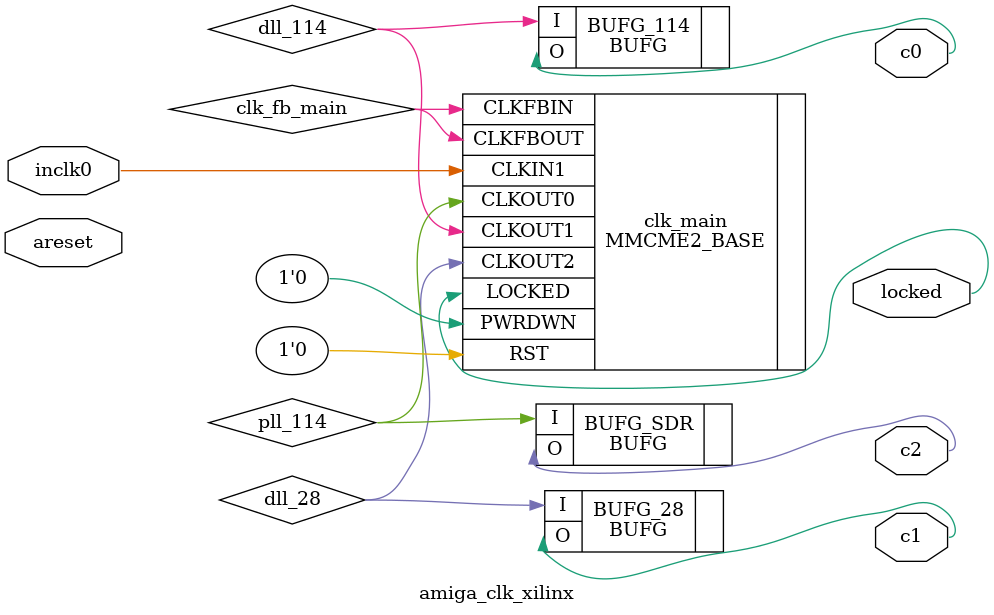
<source format=v>
/* amiga_clk_xilinx.v */
/* 2012, rok.krajnc@gmail.com */


module amiga_clk_xilinx (
  input  wire areset,
  input  wire inclk0,
  output wire c0,
  output wire c1,
  output wire c2,
  output wire locked
);


// internal wires
wire pll_114;
wire dll_114;
wire dll_28;
wire clk_fb_main;
reg [1:0] clk_7 = 0;

MMCME2_BASE #(
  .CLKIN1_PERIOD(20.0),     // 50        MHz (10 ns)
  .CLKFBOUT_MULT_F(27.375), // 1368.75   MHz *16.875 common multiply
  .DIVCLK_DIVIDE(1),        // 1368.75   MHz /1 common divide
  .CLKOUT0_DIVIDE_F(12.0),  // 114.06250 MHz /12 divide
  .BANDWIDTH("LOW"),
  .CLKOUT1_DIVIDE(12),      // 114.06250 MHz /12 divide
  .CLKOUT1_PHASE(-146.250), // -146.250' phase shift
  .CLKOUT2_DIVIDE(49)       // 27.93367  MHz /49 divide
) clk_main (
  .PWRDWN(1'b0),
  .RST(1'b0),
  .CLKIN1(inclk0),
  .CLKFBIN(clk_fb_main),
  .CLKFBOUT(clk_fb_main),
  .CLKOUT0(pll_114),        //  200 MHz HDMI base clock
  .CLKOUT1(dll_114),
  .CLKOUT2(dll_28),
  .LOCKED(locked)
);


// // pll
// DCM #(
//   .CLKDV_DIVIDE(2.0), // Divide by: 1.5,2.0,2.5,3.0,3.5,4.0,4.5,5.0,5.5,6.0,6.5,7.0,7.5,8.0,9.0,10.0,11.0,12.0,13.0,14.0,15.0 or 16.0
//   .CLKFX_DIVIDE(17),   // Can be any integer from 1 to 32
//   .CLKFX_MULTIPLY(29), // Can be any integer from 2 to 32
//   .CLKIN_DIVIDE_BY_2("FALSE"), // TRUE/FALSE to enable CLKIN divide by two feature
//   .CLKIN_PERIOD(15.015),  // Specify period of input clock
//   .CLKOUT_PHASE_SHIFT("NONE"), // Specify phase shift of NONE, FIXED or VARIABLE
//   .CLK_FEEDBACK("NONE"),  // Specify clock feedback of NONE, 1X or 2X
//   .DESKEW_ADJUST("SYSTEM_SYNCHRONOUS"), // SOURCE_SYNCHRONOUS, SYSTEM_SYNCHRONOUS or an integer from 0 to 15
//   .DFS_FREQUENCY_MODE("LOW"),  // HIGH or LOW frequency mode for frequency synthesis
//   .DLL_FREQUENCY_MODE("LOW"),  // HIGH or LOW frequency mode for DLL
//   .DUTY_CYCLE_CORRECTION("TRUE"), // Duty cycle correction, TRUE or FALSE
//   .FACTORY_JF(16'h8080),   // FACTORY JF values
//   .PHASE_SHIFT(0),     // Amount of fixed phase shift from -255 to 255
//   .STARTUP_WAIT("TRUE")   // Delay configuration DONE until DCM LOCK, TRUE/FALSE
// ) pll (
//   .CLKIN(inclk0),   // Clock input (from IBUFG, BUFG or DCM)
//   .CLKFX(pll_114)   // DCM CLK synthesis out (M/D) (113.611765 MHz)
// );
// 
// // dll
// DCM #(
//   .CLKDV_DIVIDE(4.0), // Divide by: 1.5,2.0,2.5,3.0,3.5,4.0,4.5,5.0,5.5,6.0,6.5,7.0,7.5,8.0,9.0,10.0,11.0,12.0,13.0,14.0,15.0 or 16.0
//   .CLKFX_DIVIDE(1),   // Can be any integer from 1 to 32
//   .CLKFX_MULTIPLY(4), // Can be any integer from 2 to 32
//   .CLKIN_DIVIDE_BY_2("FALSE"), // TRUE/FALSE to enable CLKIN divide by two feature
//   .CLKIN_PERIOD(8.802),  // Specify period of input clock
//   .CLKOUT_PHASE_SHIFT("FIXED"), // Specify phase shift of NONE, FIXED or VARIABLE
//   .CLK_FEEDBACK("1X"),  // Specify clock feedback of NONE, 1X or 2X
//   .DESKEW_ADJUST("SYSTEM_SYNCHRONOUS"), // SOURCE_SYNCHRONOUS, SYSTEM_SYNCHRONOUS or an integer from 0 to 15
//   .DFS_FREQUENCY_MODE("LOW"),  // HIGH or LOW frequency mode for frequency synthesis
//   .DLL_FREQUENCY_MODE("LOW"),  // HIGH or LOW frequency mode for DLL
//   .DUTY_CYCLE_CORRECTION("TRUE"), // Duty cycle correction, TRUE or FALSE
//   .FACTORY_JF(16'h8080),   // FACTORY JF values
//   .PHASE_SHIFT(104),     // Amount of fixed phase shift from -255 to 255 -- 145' Shift
//   .STARTUP_WAIT("TRUE")   // Delay configuration DONE until DCM LOCK, TRUE/FALSE
// ) dll (
//   .RST(areset),
//   .CLKIN(pll_114),   // Clock input (from IBUFG, BUFG or DCM)
//   .CLK0(dll_114),
//   .CLKDV(dll_28),
//   .CLKFB(c0),
//   .LOCKED(locked)
// );

// 7MHz clock
always @ (posedge c1) begin
  clk_7 <= #1 clk_7 + 2'd1;
end

// global clock buffers
BUFG  BUFG_SDR (.I(pll_114),  .O(c2));
BUFG  BUFG_114 (.I(dll_114),  .O(c0));
BUFG  BUFG_28  (.I(dll_28),   .O(c1));
//BUFG  BUFG_7   (.I(clk_7[1]), .O(c3));


endmodule


</source>
